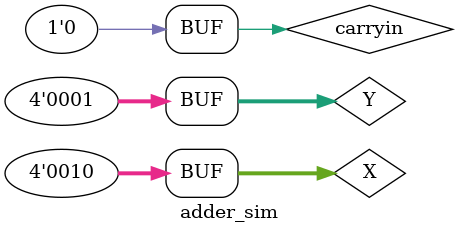
<source format=v>
`timescale 1ns / 1ps

module adder_sim;

reg [3:0] X, Y;
reg carryin;

wire [3:0] S;
wire carryout;

adder4 uut (carryin, X, Y, S, carryout);
initial begin
 X=0; Y=0; carryin =0;
 #1 X=1;
 #1 X=2;
 #1 Y=1;
end

endmodule

</source>
